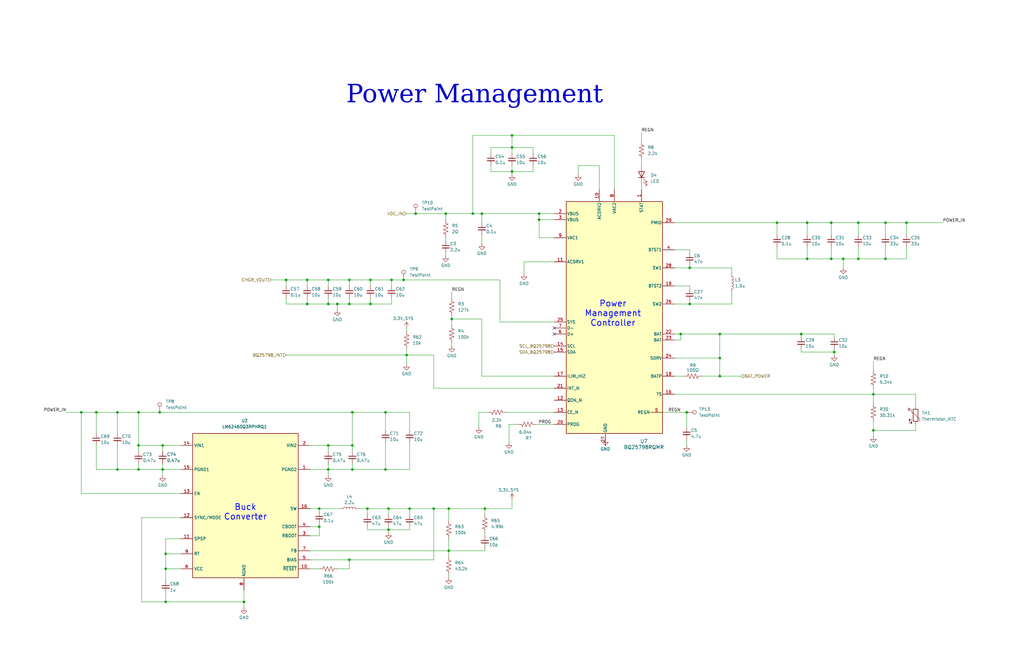
<source format=kicad_sch>
(kicad_sch (version 20231120) (generator "eeschema") (generator_version "8.0")
  (paper "B")
  (title_block (title "SCAN") (date "2024-11-25") (rev "v1.0") (company "Senior Design Group 35"))
  (lib_symbols
    (symbol "Connector:TestPoint" (pin_numbers hide) (pin_names (offset 0.762) hide)
      (property "Reference" "TP" (at 0 6.858 0))
      (property "Value" "TestPoint" (at 0 5.08 0))
      (symbol "TestPoint_0_1"
        (circle (center 0 3.302) (radius 0.762))
      )
      (symbol "TestPoint_1_1"
        (pin passive line (at 0 0 90) (length 2.54) (name "1") (number "1"))
      )
    )
    (symbol "Device:C_Small" (pin_numbers hide) (pin_names (offset 0.254) hide)
      (property "Reference" "C" (at 0.254 1.778 0))
      (property "Value" "C_Small" (at 0.254 -2.032 0))
      (symbol "C_Small_0_1"
        (polyline (pts (xy -1.524 -0.508) (xy 1.524 -0.508)) (stroke (width 0.3302)))
        (polyline (pts (xy -1.524 0.508) (xy 1.524 0.508)) (stroke (width 0.3048)))
      )
      (symbol "C_Small_1_1"
        (pin passive line (at 0 2.54 270) (length 2.032) (name "~") (number "1"))
        (pin passive line (at 0 -2.54 90) (length 2.032) (name "~") (number "2"))
      )
    )
    (symbol "Device:L" (pin_numbers hide) (pin_names (offset 1.016) hide)
      (property "Reference" "L" (at -1.27 0 90))
      (property "Value" "L" (at 1.905 0 90))
      (symbol "L_0_1"
        (arc (start 0 -2.54) (mid 0.6323 -1.905) (end 0 -1.27))
        (arc (start 0 -1.27) (mid 0.6323 -0.635) (end 0 0))
        (arc (start 0 0) (mid 0.6323 0.635) (end 0 1.27))
        (arc (start 0 1.27) (mid 0.6323 1.905) (end 0 2.54))
      )
      (symbol "L_1_1"
        (pin passive line (at 0 3.81 270) (length 1.27) (name "1") (number "1"))
        (pin passive line (at 0 -3.81 90) (length 1.27) (name "2") (number "2"))
      )
    )
    (symbol "Device:LED" (pin_numbers hide) (pin_names (offset 1.016) hide)
      (property "Reference" "D" (at 0 2.54 0))
      (property "Value" "LED" (at 0 -2.54 0))
      (symbol "LED_0_1"
        (polyline (pts (xy -1.27 -1.27) (xy -1.27 1.27)) (stroke (width 0.254)))
        (polyline (pts (xy -1.27 0) (xy 1.27 0)))
        (polyline (pts (xy 1.27 -1.27) (xy 1.27 1.27) (xy -1.27 0) (xy 1.27 -1.27)) (stroke (width 0.254)))
        (polyline (pts (xy -3.048 -0.762) (xy -4.572 -2.286) (xy -3.81 -2.286) (xy -4.572 -2.286) (xy -4.572 -1.524)))
        (polyline (pts (xy -1.778 -0.762) (xy -3.302 -2.286) (xy -2.54 -2.286) (xy -3.302 -2.286) (xy -3.302 -1.524)))
      )
      (symbol "LED_1_1"
        (pin passive line (at -3.81 0 0) (length 2.54) (name "K") (number "1"))
        (pin passive line (at 3.81 0 180) (length 2.54) (name "A") (number "2"))
      )
    )
    (symbol "Device:R_US" (pin_numbers hide) (pin_names (offset 0))
      (property "Reference" "R" (at 2.54 0 90))
      (property "Value" "R_US" (at -2.54 0 90))
      (symbol "R_US_0_1"
        (polyline (pts (xy 0 -2.286) (xy 0 -2.54)))
        (polyline (pts (xy 0 2.286) (xy 0 2.54)))
        (polyline (pts (xy 0 -0.762) (xy 1.016 -1.143) (xy 0 -1.524) (xy -1.016 -1.905) (xy 0 -2.286)))
        (polyline (pts (xy 0 0.762) (xy 1.016 0.381) (xy 0 0) (xy -1.016 -0.381) (xy 0 -0.762)))
        (polyline (pts (xy 0 2.286) (xy 1.016 1.905) (xy 0 1.524) (xy -1.016 1.143) (xy 0 0.762)))
      )
      (symbol "R_US_1_1"
        (pin passive line (at 0 3.81 270) (length 1.27) (name "~") (number "1"))
        (pin passive line (at 0 -3.81 90) (length 1.27) (name "~") (number "2"))
      )
    )
    (symbol "Device:Thermistor_NTC" (pin_numbers hide) (pin_names (offset 0))
      (property "Reference" "TH" (at -4.445 0 90))
      (property "Value" "Thermistor_NTC" (at 3.175 0 90))
      (symbol "Thermistor_NTC_0_1"
        (arc (start -3.048 2.159) (mid -3.0495 2.3143) (end -3.175 2.413))
        (arc (start -3.048 2.159) (mid -2.9736 1.9794) (end -2.794 1.905))
        (arc (start -3.048 2.794) (mid -2.9736 2.6144) (end -2.794 2.54))
        (arc (start -2.794 1.905) (mid -2.6144 1.9794) (end -2.54 2.159))
        (arc (start -2.794 2.54) (mid -2.4393 2.5587) (end -2.159 2.794))
        (arc (start -2.794 3.048) (mid -2.9736 2.9736) (end -3.048 2.794))
        (arc (start -2.54 2.794) (mid -2.6144 2.9736) (end -2.794 3.048))
        (rectangle (start -1.016 2.54) (end 1.016 -2.54) (stroke (width 0.254)))
        (polyline (pts (xy -2.54 2.159) (xy -2.54 2.794)))
        (polyline (pts (xy -1.778 2.54) (xy -1.778 1.524) (xy 1.778 -1.524) (xy 1.778 -2.54)))
        (polyline (pts (xy -2.54 -3.683) (xy -2.54 -1.397) (xy -2.794 -2.159) (xy -2.286 -2.159) (xy -2.54 -1.397) (xy -2.54 -1.651)) (fill (type outline)))
        (polyline (pts (xy -1.778 -1.397) (xy -1.778 -3.683) (xy -2.032 -2.921) (xy -1.524 -2.921) (xy -1.778 -3.683) (xy -1.778 -3.429)) (fill (type outline)))
      )
      (symbol "Thermistor_NTC_1_1"
        (pin passive line (at 0 3.81 270) (length 1.27) (name "~") (number "1"))
        (pin passive line (at 0 -3.81 90) (length 1.27) (name "~") (number "2"))
      )
    )
    (symbol "custom_symbols:BQ25798RQMR" (pin_names (offset 0.254))
      (property "Reference" "U" (at 0 2.54 0))
      (property "Value" "BQ25798RQMR" (at 0 0 0))
      (symbol "BQ25798RQMR_0_1"
        (pin unspecified line (at 36.83 10.16 270) (length 5.08) (name "STAT") (number "1"))
        (pin power_in line (at 19.05 10.16 270) (length 5.08) (name "ACDRV2") (number "10"))
        (pin power_in line (at 0 -20.32 0) (length 5.08) (name "ACDRV1") (number "11"))
        (pin unspecified line (at 0 -78.74 0) (length 5.08) (name "QON_N") (number "12"))
        (pin unspecified line (at 0 -83.82 0) (length 5.08) (name "CE_N") (number "13"))
        (pin input line (at 0 -55.88 0) (length 5.08) (name "SCL") (number "14"))
        (pin bidirectional line (at 0 -58.42 0) (length 5.08) (name "SDA") (number "15"))
        (pin unspecified line (at 50.8 -76.2 180) (length 5.08) (name "TS") (number "16"))
        (pin unspecified line (at 0 -68.58 0) (length 5.08) (name "ILIM_HIZ") (number "17"))
        (pin unspecified line (at 50.8 -68.58 180) (length 5.08) (name "BATP") (number "18"))
        (pin unspecified line (at 50.8 -30.48 180) (length 5.08) (name "BTST2") (number "19"))
        (pin power_in line (at 0 0 0) (length 5.08) (name "VBUS") (number "2"))
        (pin unspecified line (at 0 -88.9 0) (length 5.08) (name "PROG") (number "20"))
        (pin unspecified line (at 0 -73.66 0) (length 5.08) (name "INT_N") (number "21"))
        (pin unspecified line (at 50.8 -50.8 180) (length 5.08) (name "BAT") (number "22"))
        (pin unspecified line (at 50.8 -53.34 180) (length 5.08) (name "BAT") (number "23"))
        (pin unspecified line (at 50.8 -60.96 180) (length 5.08) (name "SDRV") (number "24"))
        (pin unspecified line (at 0 -45.72 0) (length 5.08) (name "SYS") (number "25"))
        (pin unspecified line (at 50.8 -38.1 180) (length 5.08) (name "SW2") (number "26"))
        (pin power_in line (at 21.59 -97.79 90) (length 5.08) (name "GND") (number "27"))
        (pin unspecified line (at 50.8 -22.86 180) (length 5.08) (name "SW1") (number "28"))
        (pin unspecified line (at 50.8 -3.81 180) (length 5.08) (name "PMID") (number "29"))
        (pin power_in line (at 0 -2.54 0) (length 5.08) (name "VBUS") (number "3"))
        (pin unspecified line (at 50.8 -15.24 180) (length 5.08) (name "BTST1") (number "4"))
        (pin unspecified line (at 45.72 -83.82 180) (length 5.08) (name "REGN") (number "5"))
        (pin unspecified line (at 0 -50.8 0) (length 5.08) (name "D+") (number "6"))
        (pin unspecified line (at 0 -48.26 0) (length 5.08) (name "D-") (number "7"))
        (pin power_in line (at 25.4 10.16 270) (length 5.08) (name "VAC2") (number "8"))
        (pin power_in line (at 0 -10.16 0) (length 5.08) (name "VAC1") (number "9"))
      )
      (symbol "BQ25798RQMR_1_1"
        (rectangle (start 5.08 5.08) (end 45.72 -92.71) (stroke (width 0.254)) (fill (type background)))
        (text_box "Power Management\nController" (at 11.43 -34.29 0) (size 26.67 -15.24) (stroke (width -0.0001)) (effects (font (size 2.54 2.54) (thickness 0.3175))))
      )
    )
    (symbol "custom_symbols:LM62460Q3RPHRQ1"
      (property "Reference" "U" (at 6.096 28.956 0))
      (property "Value" "LM62460Q3RPHRQ1" (at 6.096 26.416 0))
      (symbol "LM62460Q3RPHRQ1_1_1"
        (rectangle (start -8.89 21.59) (end 35.56 -39.37) (stroke (width 0.254)) (fill (type background)))
        (text_box "Buck\nConverter" (at 0 -6.35 0) (size 26.67 -10.16) (stroke (width -0.0001)) (effects (font (size 2.54 2.54) (thickness 0.3175))))
        (pin passive line (at 40.64 6.35 180) (length 5.08) (name "PGND2") (number "1"))
        (pin passive line (at 40.64 -35.56 180) (length 5.08) (name "~{RESET}") (number "10"))
        (pin passive line (at -13.97 -22.86 0) (length 5.08) (name "SPSP") (number "11"))
        (pin passive line (at -13.97 -13.97 0) (length 5.08) (name "SYNC/MODE") (number "12"))
        (pin passive line (at -13.97 -3.81 0) (length 5.08) (name "EN") (number "13"))
        (pin passive line (at -13.97 16.51 0) (length 5.08) (name "VIN1") (number "14"))
        (pin passive line (at -13.97 6.35 0) (length 5.08) (name "PGND1") (number "15"))
        (pin passive line (at 40.64 -10.16 180) (length 5.08) (name "SW") (number "16"))
        (pin passive line (at 40.64 16.51 180) (length 5.08) (name "VIN2") (number "2"))
        (pin passive line (at 40.64 -21.59 180) (length 5.08) (name "RBOOT") (number "3"))
        (pin passive line (at 40.64 -17.78 180) (length 5.08) (name "CBOOT") (number "4"))
        (pin passive line (at 40.64 -31.75 180) (length 5.08) (name "BIAS") (number "5"))
        (pin passive line (at -13.97 -35.56 0) (length 5.08) (name "VCC") (number "6"))
        (pin passive line (at 40.64 -27.94 180) (length 5.08) (name "FB") (number "7"))
        (pin passive line (at 12.7 -44.45 90) (length 5.08) (name "AGND") (number "8"))
        (pin passive line (at -13.97 -29.21 0) (length 5.08) (name "RT") (number "9"))
      )
    )
    (symbol "power:+3.3V" (power) (pin_numbers hide) (pin_names (offset 0) hide)
      (property "Value" "+3.3V" (at 0 3.556 0))
      (symbol "+3.3V_0_1"
        (polyline (pts (xy -0.762 1.27) (xy 0 2.54)))
        (polyline (pts (xy 0 0) (xy 0 2.54)))
        (polyline (pts (xy 0 2.54) (xy 0.762 1.27)))
      )
      (symbol "+3.3V_1_1"
        (pin power_in line (at 0 0 90) (length 0) (name "~") (number "1"))
      )
    )
    (symbol "power:GND" (power) (pin_numbers hide) (pin_names (offset 0) hide)
      (property "Value" "GND" (at 0 -3.81 0))
      (symbol "GND_0_1"
        (polyline (pts (xy 0 0) (xy 0 -1.27) (xy 1.27 -1.27) (xy 0 -2.54) (xy -1.27 -1.27) (xy 0 -1.27)))
      )
      (symbol "GND_1_1"
        (pin power_in line (at 0 0 270) (length 0) (name "~") (number "1"))
      )
    )
  )
  (junction (at 102.87 254))
  (junction (at 182.88 214.63))
  (junction (at 290.83 113.03))
  (junction (at 175.26 90.17))
  (junction (at 40.64 173.99))
  (junction (at 368.3 166.37))
  (junction (at 148.59 173.99))
  (junction (at 227.33 92.71))
  (junction (at 147.32 236.22))
  (junction (at 138.43 118.11))
  (junction (at 350.52 93.98))
  (junction (at 368.3 181.61))
  (junction (at 361.95 109.22))
  (junction (at 129.54 128.27))
  (junction (at 142.24 128.27))
  (junction (at 327.66 93.98))
  (junction (at 49.53 173.99))
  (junction (at 215.9 57.15))
  (junction (at 172.72 214.63))
  (junction (at 34.29 173.99))
  (junction (at 227.33 90.17))
  (junction (at 190.5 134.62))
  (junction (at 58.42 187.96))
  (junction (at 203.2 90.17))
  (junction (at 361.95 93.98))
  (junction (at 382.27 93.98))
  (junction (at 373.38 109.22))
  (junction (at 215.9 72.39))
  (junction (at 69.85 233.68))
  (junction (at 215.9 62.23))
  (junction (at 134.62 222.25))
  (junction (at 147.32 128.27))
  (junction (at 148.59 187.96))
  (junction (at 134.62 214.63))
  (junction (at 49.53 198.12))
  (junction (at 162.56 198.12))
  (junction (at 68.58 187.96))
  (junction (at 165.1 118.11))
  (junction (at 199.39 90.17))
  (junction (at 69.85 254))
  (junction (at 189.23 232.41))
  (junction (at 355.6 109.22))
  (junction (at 204.47 214.63))
  (junction (at 120.65 118.11))
  (junction (at 290.83 128.27))
  (junction (at 340.36 93.98))
  (junction (at 287.02 140.97))
  (junction (at 351.79 148.59))
  (junction (at 303.53 151.13))
  (junction (at 162.56 173.99))
  (junction (at 138.43 128.27))
  (junction (at 147.32 118.11))
  (junction (at 68.58 198.12))
  (junction (at 156.21 128.27))
  (junction (at 373.38 93.98))
  (junction (at 148.59 198.12))
  (junction (at 340.36 109.22))
  (junction (at 138.43 198.12))
  (junction (at 129.54 118.11))
  (junction (at 171.45 149.86))
  (junction (at 170.18 118.11))
  (junction (at 67.31 173.99))
  (junction (at 303.53 158.75))
  (junction (at 163.83 223.52))
  (junction (at 350.52 109.22))
  (junction (at 58.42 173.99))
  (junction (at 337.82 140.97))
  (junction (at 58.42 198.12))
  (junction (at 138.43 187.96))
  (junction (at 289.56 173.99))
  (junction (at 163.83 214.63))
  (junction (at 303.53 140.97))
  (junction (at 189.23 214.63))
  (junction (at 187.96 90.17))
  (junction (at 69.85 240.03))
  (junction (at 154.94 214.63))
  (junction (at 156.21 118.11))
  (no_connect (at 233.68 140.97))
  (no_connect (at 233.68 138.43))
  (wire (pts (xy 203.2 90.17) (xy 203.2 93.98)))
  (wire (pts (xy 148.59 198.12) (xy 162.56 198.12)))
  (wire (pts (xy 69.85 240.03) (xy 76.2 240.03)))
  (wire (pts (xy 68.58 198.12) (xy 76.2 198.12)))
  (wire (pts (xy 67.31 173.99) (xy 148.59 173.99)))
  (wire (pts (xy 382.27 93.98) (xy 397.51 93.98)))
  (wire (pts (xy 134.62 214.63) (xy 134.62 215.9)))
  (wire (pts (xy 189.23 227.33) (xy 189.23 232.41)))
  (wire (pts (xy 163.83 223.52) (xy 163.83 224.79)))
  (wire (pts (xy 373.38 104.14) (xy 373.38 109.22)))
  (wire (pts (xy 284.48 105.41) (xy 290.83 105.41)))
  (wire (pts (xy 259.08 80.01) (xy 259.08 57.15)))
  (wire (pts (xy 220.98 110.49) (xy 220.98 115.57)))
  (wire (pts (xy 327.66 104.14) (xy 327.66 109.22)))
  (wire (pts (xy 290.83 120.65) (xy 290.83 121.92)))
  (wire (pts (xy 58.42 187.96) (xy 58.42 173.99)))
  (wire (pts (xy 102.87 248.92) (xy 102.87 254)))
  (wire (pts (xy 138.43 198.12) (xy 138.43 200.66)))
  (wire (pts (xy 290.83 128.27) (xy 290.83 127)))
  (wire (pts (xy 147.32 125.73) (xy 147.32 128.27)))
  (wire (pts (xy 199.39 57.15) (xy 199.39 90.17)))
  (wire (pts (xy 284.48 120.65) (xy 290.83 120.65)))
  (wire (pts (xy 76.2 233.68) (xy 69.85 233.68)))
  (wire (pts (xy 138.43 125.73) (xy 138.43 128.27)))
  (wire (pts (xy 156.21 118.11) (xy 156.21 120.65)))
  (wire (pts (xy 138.43 187.96) (xy 130.81 187.96)))
  (wire (pts (xy 351.79 147.32) (xy 351.79 148.59)))
  (wire (pts (xy 350.52 93.98) (xy 350.52 99.06)))
  (wire (pts (xy 227.33 100.33) (xy 227.33 92.71)))
  (wire (pts (xy 252.73 69.85) (xy 243.84 69.85)))
  (wire (pts (xy 199.39 57.15) (xy 215.9 57.15)))
  (wire (pts (xy 148.59 187.96) (xy 148.59 190.5)))
  (wire (pts (xy 142.24 128.27) (xy 142.24 130.81)))
  (wire (pts (xy 68.58 187.96) (xy 68.58 190.5)))
  (wire (pts (xy 69.85 245.11) (xy 69.85 240.03)))
  (wire (pts (xy 187.96 100.33) (xy 187.96 101.6)))
  (wire (pts (xy 163.83 217.17) (xy 163.83 214.63)))
  (wire (pts (xy 214.63 179.07) (xy 218.44 179.07)))
  (wire (pts (xy 163.83 214.63) (xy 172.72 214.63)))
  (wire (pts (xy 68.58 187.96) (xy 58.42 187.96)))
  (wire (pts (xy 290.83 113.03) (xy 290.83 111.76)))
  (wire (pts (xy 284.48 143.51) (xy 287.02 143.51)))
  (wire (pts (xy 284.48 128.27) (xy 290.83 128.27)))
  (wire (pts (xy 243.84 69.85) (xy 243.84 73.66)))
  (wire (pts (xy 134.62 222.25) (xy 134.62 220.98)))
  (wire (pts (xy 138.43 195.58) (xy 138.43 198.12)))
  (wire (pts (xy 303.53 140.97) (xy 303.53 151.13)))
  (wire (pts (xy 368.3 152.4) (xy 368.3 156.21)))
  (wire (pts (xy 303.53 151.13) (xy 303.53 158.75)))
  (wire (pts (xy 279.4 173.99) (xy 289.56 173.99)))
  (wire (pts (xy 154.94 222.25) (xy 154.94 223.52)))
  (wire (pts (xy 76.2 187.96) (xy 68.58 187.96)))
  (wire (pts (xy 130.81 232.41) (xy 189.23 232.41)))
  (wire (pts (xy 361.95 109.22) (xy 355.6 109.22)))
  (wire (pts (xy 327.66 109.22) (xy 340.36 109.22)))
  (wire (pts (xy 162.56 173.99) (xy 162.56 181.61)))
  (wire (pts (xy 138.43 198.12) (xy 148.59 198.12)))
  (wire (pts (xy 190.5 144.78) (xy 190.5 146.05)))
  (wire (pts (xy 187.96 90.17) (xy 187.96 92.71)))
  (wire (pts (xy 151.13 214.63) (xy 154.94 214.63)))
  (wire (pts (xy 382.27 109.22) (xy 373.38 109.22)))
  (wire (pts (xy 368.3 166.37) (xy 368.3 170.18)))
  (wire (pts (xy 49.53 173.99) (xy 58.42 173.99)))
  (wire (pts (xy 120.65 149.86) (xy 171.45 149.86)))
  (wire (pts (xy 59.69 218.44) (xy 59.69 254)))
  (wire (pts (xy 172.72 214.63) (xy 182.88 214.63)))
  (wire (pts (xy 165.1 118.11) (xy 165.1 120.65)))
  (wire (pts (xy 34.29 208.28) (xy 34.29 173.99)))
  (wire (pts (xy 163.83 222.25) (xy 163.83 223.52)))
  (wire (pts (xy 233.68 110.49) (xy 220.98 110.49)))
  (wire (pts (xy 171.45 90.17) (xy 175.26 90.17)))
  (wire (pts (xy 68.58 198.12) (xy 68.58 200.66)))
  (wire (pts (xy 130.81 226.06) (xy 134.62 226.06)))
  (wire (pts (xy 214.63 186.69) (xy 214.63 179.07)))
  (wire (pts (xy 215.9 62.23) (xy 215.9 64.77)))
  (wire (pts (xy 284.48 140.97) (xy 287.02 140.97)))
  (wire (pts (xy 233.68 163.83) (xy 182.88 163.83)))
  (wire (pts (xy 368.3 177.8) (xy 368.3 181.61)))
  (wire (pts (xy 204.47 214.63) (xy 215.9 214.63)))
  (wire (pts (xy 148.59 195.58) (xy 148.59 198.12)))
  (wire (pts (xy 182.88 163.83) (xy 182.88 149.86)))
  (wire (pts (xy 207.01 69.85) (xy 207.01 72.39)))
  (wire (pts (xy 129.54 118.11) (xy 138.43 118.11)))
  (wire (pts (xy 215.9 69.85) (xy 215.9 72.39)))
  (wire (pts (xy 147.32 118.11) (xy 147.32 120.65)))
  (wire (pts (xy 189.23 214.63) (xy 189.23 219.71)))
  (wire (pts (xy 130.81 236.22) (xy 147.32 236.22)))
  (wire (pts (xy 148.59 173.99) (xy 148.59 187.96)))
  (wire (pts (xy 204.47 224.79) (xy 204.47 226.06)))
  (wire (pts (xy 373.38 93.98) (xy 373.38 99.06)))
  (wire (pts (xy 130.81 214.63) (xy 134.62 214.63)))
  (wire (pts (xy 58.42 195.58) (xy 58.42 198.12)))
  (wire (pts (xy 182.88 214.63) (xy 189.23 214.63)))
  (wire (pts (xy 130.81 198.12) (xy 138.43 198.12)))
  (wire (pts (xy 165.1 118.11) (xy 156.21 118.11)))
  (wire (pts (xy 210.82 135.89) (xy 210.82 118.11)))
  (wire (pts (xy 182.88 149.86) (xy 171.45 149.86)))
  (wire (pts (xy 215.9 72.39) (xy 215.9 73.66)))
  (wire (pts (xy 190.5 133.35) (xy 190.5 134.62)))
  (wire (pts (xy 120.65 118.11) (xy 120.65 120.65)))
  (wire (pts (xy 361.95 93.98) (xy 373.38 93.98)))
  (wire (pts (xy 201.93 173.99) (xy 205.74 173.99)))
  (wire (pts (xy 129.54 118.11) (xy 120.65 118.11)))
  (wire (pts (xy 224.79 69.85) (xy 224.79 72.39)))
  (wire (pts (xy 233.68 135.89) (xy 210.82 135.89)))
  (wire (pts (xy 303.53 140.97) (xy 337.82 140.97)))
  (wire (pts (xy 308.61 113.03) (xy 290.83 113.03)))
  (wire (pts (xy 154.94 214.63) (xy 154.94 217.17)))
  (wire (pts (xy 172.72 217.17) (xy 172.72 214.63)))
  (wire (pts (xy 270.51 67.31) (xy 270.51 69.85)))
  (wire (pts (xy 252.73 80.01) (xy 252.73 69.85)))
  (wire (pts (xy 69.85 250.19) (xy 69.85 254)))
  (wire (pts (xy 227.33 90.17) (xy 233.68 90.17)))
  (wire (pts (xy 351.79 140.97) (xy 351.79 142.24)))
  (wire (pts (xy 40.64 198.12) (xy 49.53 198.12)))
  (wire (pts (xy 351.79 148.59) (xy 351.79 149.86)))
  (wire (pts (xy 203.2 134.62) (xy 190.5 134.62)))
  (wire (pts (xy 130.81 240.03) (xy 134.62 240.03)))
  (wire (pts (xy 337.82 147.32) (xy 337.82 148.59)))
  (wire (pts (xy 287.02 143.51) (xy 287.02 140.97)))
  (wire (pts (xy 303.53 158.75) (xy 312.42 158.75)))
  (wire (pts (xy 255.27 182.88) (xy 255.27 185.42)))
  (wire (pts (xy 59.69 254) (xy 69.85 254)))
  (wire (pts (xy 172.72 223.52) (xy 163.83 223.52)))
  (wire (pts (xy 138.43 187.96) (xy 138.43 190.5)))
  (wire (pts (xy 386.08 179.07) (xy 386.08 181.61)))
  (wire (pts (xy 187.96 106.68) (xy 187.96 107.95)))
  (wire (pts (xy 327.66 93.98) (xy 340.36 93.98)))
  (wire (pts (xy 40.64 187.96) (xy 40.64 198.12)))
  (wire (pts (xy 284.48 113.03) (xy 290.83 113.03)))
  (wire (pts (xy 162.56 186.69) (xy 162.56 198.12)))
  (wire (pts (xy 226.06 179.07) (xy 233.68 179.07)))
  (wire (pts (xy 203.2 90.17) (xy 227.33 90.17)))
  (wire (pts (xy 368.3 163.83) (xy 368.3 166.37)))
  (wire (pts (xy 102.87 254) (xy 102.87 256.54)))
  (wire (pts (xy 34.29 173.99) (xy 27.94 173.99)))
  (wire (pts (xy 287.02 140.97) (xy 303.53 140.97)))
  (wire (pts (xy 171.45 149.86) (xy 171.45 153.67)))
  (wire (pts (xy 308.61 115.57) (xy 308.61 113.03)))
  (wire (pts (xy 382.27 104.14) (xy 382.27 109.22)))
  (wire (pts (xy 114.3 118.11) (xy 120.65 118.11)))
  (wire (pts (xy 147.32 118.11) (xy 156.21 118.11)))
  (wire (pts (xy 190.5 134.62) (xy 190.5 137.16)))
  (wire (pts (xy 49.53 198.12) (xy 58.42 198.12)))
  (wire (pts (xy 295.91 158.75) (xy 303.53 158.75)))
  (wire (pts (xy 156.21 125.73) (xy 156.21 128.27)))
  (wire (pts (xy 58.42 198.12) (xy 68.58 198.12)))
  (wire (pts (xy 172.72 222.25) (xy 172.72 223.52)))
  (wire (pts (xy 129.54 128.27) (xy 138.43 128.27)))
  (wire (pts (xy 284.48 151.13) (xy 303.53 151.13)))
  (wire (pts (xy 204.47 214.63) (xy 204.47 217.17)))
  (wire (pts (xy 170.18 118.11) (xy 165.1 118.11)))
  (wire (pts (xy 204.47 232.41) (xy 204.47 231.14)))
  (wire (pts (xy 213.36 173.99) (xy 233.68 173.99)))
  (wire (pts (xy 290.83 106.68) (xy 290.83 105.41)))
  (wire (pts (xy 49.53 182.88) (xy 49.53 173.99)))
  (wire (pts (xy 129.54 118.11) (xy 129.54 120.65)))
  (wire (pts (xy 182.88 214.63) (xy 182.88 236.22)))
  (wire (pts (xy 337.82 148.59) (xy 351.79 148.59)))
  (wire (pts (xy 69.85 227.33) (xy 69.85 233.68)))
  (wire (pts (xy 215.9 72.39) (xy 224.79 72.39)))
  (wire (pts (xy 154.94 214.63) (xy 163.83 214.63)))
  (wire (pts (xy 215.9 57.15) (xy 259.08 57.15)))
  (wire (pts (xy 142.24 240.03) (xy 147.32 240.03)))
  (wire (pts (xy 138.43 118.11) (xy 138.43 120.65)))
  (wire (pts (xy 340.36 109.22) (xy 340.36 104.14)))
  (wire (pts (xy 147.32 240.03) (xy 147.32 236.22)))
  (wire (pts (xy 189.23 232.41) (xy 189.23 234.95)))
  (wire (pts (xy 382.27 93.98) (xy 382.27 99.06)))
  (wire (pts (xy 129.54 125.73) (xy 129.54 128.27)))
  (wire (pts (xy 58.42 187.96) (xy 58.42 190.5)))
  (wire (pts (xy 207.01 62.23) (xy 215.9 62.23)))
  (wire (pts (xy 373.38 109.22) (xy 361.95 109.22)))
  (wire (pts (xy 386.08 171.45) (xy 386.08 166.37)))
  (wire (pts (xy 284.48 93.98) (xy 327.66 93.98)))
  (wire (pts (xy 142.24 128.27) (xy 147.32 128.27)))
  (wire (pts (xy 134.62 226.06) (xy 134.62 222.25)))
  (wire (pts (xy 199.39 90.17) (xy 203.2 90.17)))
  (wire (pts (xy 284.48 166.37) (xy 368.3 166.37)))
  (wire (pts (xy 233.68 158.75) (xy 203.2 158.75)))
  (wire (pts (xy 134.62 214.63) (xy 143.51 214.63)))
  (wire (pts (xy 34.29 173.99) (xy 40.64 173.99)))
  (wire (pts (xy 224.79 64.77) (xy 224.79 62.23)))
  (wire (pts (xy 40.64 173.99) (xy 49.53 173.99)))
  (wire (pts (xy 69.85 254) (xy 102.87 254)))
  (wire (pts (xy 308.61 128.27) (xy 290.83 128.27)))
  (wire (pts (xy 58.42 173.99) (xy 67.31 173.99)))
  (wire (pts (xy 227.33 92.71) (xy 227.33 90.17)))
  (wire (pts (xy 337.82 140.97) (xy 337.82 142.24)))
  (wire (pts (xy 175.26 90.17) (xy 187.96 90.17)))
  (wire (pts (xy 187.96 90.17) (xy 199.39 90.17)))
  (wire (pts (xy 120.65 128.27) (xy 129.54 128.27)))
  (wire (pts (xy 154.94 223.52) (xy 163.83 223.52)))
  (wire (pts (xy 68.58 195.58) (xy 68.58 198.12)))
  (wire (pts (xy 203.2 158.75) (xy 203.2 134.62)))
  (wire (pts (xy 201.93 180.34) (xy 201.93 173.99)))
  (wire (pts (xy 308.61 123.19) (xy 308.61 128.27)))
  (wire (pts (xy 373.38 93.98) (xy 382.27 93.98)))
  (wire (pts (xy 171.45 147.32) (xy 171.45 149.86)))
  (wire (pts (xy 233.68 92.71) (xy 227.33 92.71)))
  (wire (pts (xy 355.6 109.22) (xy 350.52 109.22)))
  (wire (pts (xy 361.95 93.98) (xy 361.95 99.06)))
  (wire (pts (xy 337.82 140.97) (xy 351.79 140.97)))
  (wire (pts (xy 215.9 62.23) (xy 224.79 62.23)))
  (wire (pts (xy 204.47 214.63) (xy 189.23 214.63)))
  (wire (pts (xy 171.45 138.43) (xy 171.45 139.7)))
  (wire (pts (xy 210.82 118.11) (xy 170.18 118.11)))
  (wire (pts (xy 350.52 93.98) (xy 361.95 93.98)))
  (wire (pts (xy 172.72 173.99) (xy 162.56 173.99)))
  (wire (pts (xy 148.59 173.99) (xy 162.56 173.99)))
  (wire (pts (xy 361.95 104.14) (xy 361.95 109.22)))
  (wire (pts (xy 138.43 118.11) (xy 147.32 118.11)))
  (wire (pts (xy 147.32 128.27) (xy 156.21 128.27)))
  (wire (pts (xy 284.48 158.75) (xy 288.29 158.75)))
  (wire (pts (xy 189.23 242.57) (xy 189.23 243.84)))
  (wire (pts (xy 76.2 218.44) (xy 59.69 218.44)))
  (wire (pts (xy 172.72 181.61) (xy 172.72 173.99)))
  (wire (pts (xy 204.47 232.41) (xy 189.23 232.41)))
  (wire (pts (xy 350.52 109.22) (xy 340.36 109.22)))
  (wire (pts (xy 165.1 125.73) (xy 165.1 128.27)))
  (wire (pts (xy 138.43 128.27) (xy 142.24 128.27)))
  (wire (pts (xy 215.9 57.15) (xy 215.9 62.23)))
  (wire (pts (xy 368.3 181.61) (xy 368.3 184.15)))
  (wire (pts (xy 34.29 208.28) (xy 76.2 208.28)))
  (wire (pts (xy 120.65 125.73) (xy 120.65 128.27)))
  (wire (pts (xy 40.64 182.88) (xy 40.64 173.99)))
  (wire (pts (xy 190.5 123.19) (xy 190.5 125.73)))
  (wire (pts (xy 340.36 93.98) (xy 340.36 99.06)))
  (wire (pts (xy 215.9 210.82) (xy 215.9 214.63)))
  (wire (pts (xy 148.59 187.96) (xy 138.43 187.96)))
  (wire (pts (xy 270.51 55.88) (xy 270.51 59.69)))
  (wire (pts (xy 289.56 185.42) (xy 289.56 187.96)))
  (wire (pts (xy 69.85 227.33) (xy 76.2 227.33)))
  (wire (pts (xy 350.52 104.14) (xy 350.52 109.22)))
  (wire (pts (xy 215.9 72.39) (xy 207.01 72.39)))
  (wire (pts (xy 207.01 62.23) (xy 207.01 64.77)))
  (wire (pts (xy 386.08 181.61) (xy 368.3 181.61)))
  (wire (pts (xy 386.08 166.37) (xy 368.3 166.37)))
  (wire (pts (xy 355.6 109.22) (xy 355.6 113.03)))
  (wire (pts (xy 203.2 99.06) (xy 203.2 102.87)))
  (wire (pts (xy 172.72 198.12) (xy 162.56 198.12)))
  (wire (pts (xy 289.56 173.99) (xy 289.56 180.34)))
  (wire (pts (xy 69.85 233.68) (xy 69.85 240.03)))
  (wire (pts (xy 130.81 222.25) (xy 134.62 222.25)))
  (wire (pts (xy 270.51 77.47) (xy 270.51 80.01)))
  (wire (pts (xy 233.68 100.33) (xy 227.33 100.33)))
  (wire (pts (xy 172.72 186.69) (xy 172.72 198.12)))
  (wire (pts (xy 156.21 128.27) (xy 165.1 128.27)))
  (wire (pts (xy 49.53 187.96) (xy 49.53 198.12)))
  (wire (pts (xy 340.36 93.98) (xy 350.52 93.98)))
  (wire (pts (xy 147.32 236.22) (xy 182.88 236.22)))
  (wire (pts (xy 327.66 93.98) (xy 327.66 99.06)))
  (text "Power Management" (at 200.152 42.164 0) (effects (font (size 7.62 7.62) (thickness 0.9525))))
  (label "REGN" (at 270.51 55.88 0))
  (label "REGN" (at 190.5 123.19 0))
  (label "REGN" (at 287.02 173.99 180))
  (label "POWER_IN" (at 397.51 93.98 0))
  (label "POWER_IN" (at 27.94 173.99 180))
  (label "REGN" (at 368.3 152.4 0))
  (label "PROG" (at 232.41 179.07 180))
  (hierarchical_label "SDA_BQ25798" (shape input) (at 233.68 148.59 180))
  (hierarchical_label "BQ25798_INT" (shape input) (at 120.65 149.86 180))
  (hierarchical_label "SCL_BQ25798" (shape input) (at 233.68 146.05 180))
  (hierarchical_label "BAT_POWER" (shape input) (at 312.42 158.75 0))
  (hierarchical_label "VDC_IN" (shape input) (at 171.45 90.17 180))
  (hierarchical_label "CHGR_VOUT" (shape input) (at 114.3 118.11 180))
  (symbol (lib_id "Device:C_Small") (at 172.72 184.15 0) (unit 1)
    (property "Reference" "C72" (at 174.498 182.88 0) (effects (justify left)))
    (property "Value" "10u" (at 174.498 185.42 0) (effects (justify left)))
  )
  (symbol (lib_id "Device:C_Small") (at 373.38 101.6 0) (unit 1)
    (property "Reference" "C34" (at 375.158 100.33 0) (effects (justify left)))
    (property "Value" "33u" (at 375.158 102.87 0) (effects (justify left)))
    (property "Description" "POSCAP" (effects (hide yes)))
  )
  (symbol (lib_id "Device:C_Small") (at 40.64 185.42 0) (unit 1)
    (property "Reference" "C69" (at 42.418 184.15 0) (effects (justify left)))
    (property "Value" "10u" (at 42.418 186.69 0) (effects (justify left)))
  )
  (symbol (lib_id "power:+3.3V") (at 215.9 210.82 0) (unit 1)
    (property "Reference" "#PWR0111" (effects (hide yes)))
    (property "Value" "3.3V_SYS" (at 210.058 206.756 0) (effects (justify left)))
    (property "Description" "Power symbol creates a global label with name \"+3.3V\"" (effects (hide yes)))
  )
  (symbol (lib_id "Device:L") (at 147.32 214.63 90) (unit 1)
    (property "Reference" "L4" (at 147.32 209.55 90))
    (property "Value" "2.2u" (at 147.32 212.09 90))
    (property "Description" "Inductor" (effects (hide yes)))
  )
  (symbol (lib_id "Connector:TestPoint") (at 175.26 90.17 0) (unit 1)
    (property "Reference" "TP10" (at 177.8 85.5979 0) (effects (justify left)))
    (property "Value" "TestPoint" (at 177.8 88.1379 0) (effects (justify left)))
    (property "Description" "test point" (effects (hide yes)))
  )
  (symbol (lib_id "Device:C_Small") (at 290.83 109.22 0) (unit 1)
    (property "Reference" "C6" (at 292.608 107.95 0) (effects (justify left)))
    (property "Value" "47n" (at 292.608 110.49 0) (effects (justify left)))
    (property "Description" "10V or higher" (effects (hide yes)))
  )
  (symbol (lib_id "Device:C_Small") (at 156.21 123.19 0) (unit 1)
    (property "Reference" "C61" (at 157.988 121.92 0) (effects (justify left)))
    (property "Value" "10u" (at 157.988 124.46 0) (effects (justify left)))
  )
  (symbol (lib_id "Device:R_US") (at 187.96 96.52 0) (unit 1)
    (property "Reference" "R5" (at 190.5 95.2499 0) (effects (justify left)))
    (property "Value" "2Ω" (at 190.5 97.7899 0) (effects (justify left)))
    (property "Description" "Resistor, US symbol" (effects (hide yes)))
  )
  (symbol (lib_id "Device:L") (at 308.61 119.38 0) (unit 1)
    (property "Reference" "L3" (at 309.88 118.1099 0) (effects (justify left)))
    (property "Value" "1.0u" (at 309.88 120.6499 0) (effects (justify left)))
    (property "Description" "Inductor" (effects (hide yes)))
  )
  (symbol (lib_id "power:+3.3V") (at 171.45 138.43 0) (unit 1)
    (property "Reference" "#PWR0104" (effects (hide yes)))
    (property "Value" "3.3V_SYS" (at 165.608 134.366 0) (effects (justify left)))
    (property "Description" "Power symbol creates a global label with name \"+3.3V\"" (effects (hide yes)))
  )
  (symbol (lib_id "power:GND") (at 189.23 243.84 0) (unit 1)
    (property "Reference" "#PWR0112" (effects (hide yes)))
    (property "Value" "GND" (at 189.23 247.904 0))
    (property "Description" "Power symbol creates a global label with name \"GND\" , ground" (effects (hide yes)))
  )
  (symbol (lib_id "Device:C_Small") (at 350.52 101.6 0) (unit 1)
    (property "Reference" "C31" (at 352.298 100.33 0) (effects (justify left)))
    (property "Value" "10u" (at 352.298 102.87 0) (effects (justify left)))
  )
  (symbol (lib_id "Device:R_US") (at 190.5 140.97 0) (unit 1)
    (property "Reference" "R4" (at 193.04 139.6999 0) (effects (justify left)))
    (property "Value" "100k" (at 193.04 142.2399 0) (effects (justify left)))
    (property "Description" "Resistor, US symbol" (effects (hide yes)))
  )
  (symbol (lib_id "Device:C_Small") (at 215.9 67.31 0) (unit 1)
    (property "Reference" "C55" (at 217.678 66.04 0) (effects (justify left)))
    (property "Value" "10u" (at 217.678 68.58 0) (effects (justify left)))
  )
  (symbol (lib_id "Device:R_US") (at 189.23 238.76 0) (unit 1)
    (property "Reference" "R64" (at 191.77 237.4899 0) (effects (justify left)))
    (property "Value" "43.2k" (at 191.77 240.0299 0) (effects (justify left)))
    (property "Description" "Resistor, US symbol" (effects (hide yes)))
  )
  (symbol (lib_id "Device:C_Small") (at 134.62 218.44 0) (unit 1)
    (property "Reference" "C67" (at 136.398 217.17 0) (effects (justify left)))
    (property "Value" "0.1u" (at 136.398 219.71 0) (effects (justify left)))
  )
  (symbol (lib_id "power:GND") (at 255.27 185.42 0) (unit 1)
    (property "Reference" "#PWR022" (effects (hide yes)))
    (property "Value" "GND" (at 255.27 189.484 0))
    (property "Description" "Power symbol creates a global label with name \"GND\" , ground" (effects (hide yes)))
  )
  (symbol (lib_id "Device:C_Small") (at 147.32 123.19 0) (unit 1)
    (property "Reference" "C60" (at 149.098 121.92 0) (effects (justify left)))
    (property "Value" "10u" (at 149.098 124.46 0) (effects (justify left)))
  )
  (symbol (lib_id "Device:R_US") (at 270.51 63.5 0) (unit 1)
    (property "Reference" "R8" (at 273.05 62.2299 0) (effects (justify left)))
    (property "Value" "2.2k" (at 273.05 64.7699 0) (effects (justify left)))
    (property "Description" "Resistor, US symbol" (effects (hide yes)))
  )
  (symbol (lib_id "Device:R_US") (at 138.43 240.03 90) (unit 1)
    (property "Reference" "R66" (at 138.43 243.078 90))
    (property "Value" "100k" (at 138.43 245.618 90))
    (property "Description" "Resistor, US symbol" (effects (hide yes)))
  )
  (symbol (lib_id "Device:R_US") (at 292.1 158.75 90) (unit 1)
    (property "Reference" "R9" (at 292.1 154.178 90))
    (property "Value" "100Ω" (at 292.1 156.21 90))
    (property "Description" "Resistor, US symbol" (effects (hide yes)))
  )
  (symbol (lib_id "power:GND") (at 138.43 200.66 0) (unit 1)
    (property "Reference" "#PWR0109" (effects (hide yes)))
    (property "Value" "GND" (at 138.43 204.724 0))
    (property "Description" "Power symbol creates a global label with name \"GND\" , ground" (effects (hide yes)))
  )
  (symbol (lib_id "Device:C_Small") (at 163.83 219.71 0) (unit 1)
    (property "Reference" "C64" (at 165.608 218.44 0) (effects (justify left)))
    (property "Value" "47u" (at 165.608 220.98 0) (effects (justify left)))
  )
  (symbol (lib_id "Connector:TestPoint") (at 289.56 173.99 270) (unit 1)
    (property "Reference" "TP13" (at 294.64 172.7199 90) (effects (justify left)))
    (property "Value" "TestPoint" (at 294.64 175.2599 90) (effects (justify left)))
    (property "Description" "test point" (effects (hide yes)))
  )
  (symbol (lib_id "power:GND") (at 214.63 186.69 0) (unit 1)
    (property "Reference" "#PWR020" (effects (hide yes)))
    (property "Value" "GND" (at 214.63 190.754 0))
    (property "Description" "Power symbol creates a global label with name \"GND\" , ground" (effects (hide yes)))
  )
  (symbol (lib_id "Device:R_US") (at 190.5 129.54 0) (unit 1)
    (property "Reference" "R3" (at 193.04 128.2699 0) (effects (justify left)))
    (property "Value" "127k" (at 193.04 130.8099 0) (effects (justify left)))
    (property "Description" "Resistor, US symbol" (effects (hide yes)))
  )
  (symbol (lib_id "Device:C_Small") (at 68.58 193.04 0) (unit 1)
    (property "Reference" "C74" (at 70.358 191.77 0) (effects (justify left)))
    (property "Value" "0.47u" (at 70.358 194.31 0) (effects (justify left)))
  )
  (symbol (lib_id "power:GND") (at 220.98 115.57 0) (unit 1)
    (property "Reference" "#PWR021" (effects (hide yes)))
    (property "Value" "GND" (at 220.98 119.634 0))
    (property "Description" "Power symbol creates a global label with name \"GND\" , ground" (effects (hide yes)))
  )
  (symbol (lib_id "Device:C_Small") (at 207.01 67.31 0) (unit 1)
    (property "Reference" "C54" (at 208.788 66.04 0) (effects (justify left)))
    (property "Value" "0.1u" (at 208.788 68.58 0) (effects (justify left)))
  )
  (symbol (lib_id "Device:C_Small") (at 154.94 219.71 0) (unit 1)
    (property "Reference" "C63" (at 156.718 218.44 0) (effects (justify left)))
    (property "Value" "47u" (at 156.718 220.98 0) (effects (justify left)))
  )
  (symbol (lib_id "power:GND") (at 203.2 102.87 0) (unit 1)
    (property "Reference" "#PWR018" (effects (hide yes)))
    (property "Value" "GND" (at 203.2 106.934 0))
    (property "Description" "Power symbol creates a global label with name \"GND\" , ground" (effects (hide yes)))
  )
  (symbol (lib_id "Connector:TestPoint") (at 67.31 173.99 0) (unit 1)
    (property "Reference" "TP8" (at 69.85 169.4179 0) (effects (justify left)))
    (property "Value" "TestPoint" (at 69.85 171.9579 0) (effects (justify left)))
    (property "Description" "test point" (effects (hide yes)))
  )
  (symbol (lib_id "power:GND") (at 102.87 256.54 0) (mirror y) (unit 1)
    (property "Reference" "#PWR0114" (effects (hide yes)))
    (property "Value" "GND" (at 102.87 260.604 0))
    (property "Description" "Power symbol creates a global label with name \"GND\" , ground" (effects (hide yes)))
  )
  (symbol (lib_id "power:GND") (at 368.3 184.15 0) (unit 1)
    (property "Reference" "#PWR026" (effects (hide yes)))
    (property "Value" "GND" (at 368.3 188.214 0))
    (property "Description" "Power symbol creates a global label with name \"GND\" , ground" (effects (hide yes)))
  )
  (symbol (lib_id "Device:C_Small") (at 120.65 123.19 0) (unit 1)
    (property "Reference" "C57" (at 122.428 121.92 0) (effects (justify left)))
    (property "Value" "0.1u" (at 122.428 124.46 0) (effects (justify left)))
  )
  (symbol (lib_id "Device:LED") (at 270.51 73.66 90) (unit 1)
    (property "Reference" "D4" (at 274.32 73.9774 90) (effects (justify right)))
    (property "Value" "LED" (at 274.32 76.5174 90) (effects (justify right)))
    (property "Description" "Light emitting diode" (effects (hide yes)))
  )
  (symbol (lib_id "Device:C_Small") (at 337.82 144.78 0) (unit 1)
    (property "Reference" "C29" (at 339.598 143.51 0) (effects (justify left)))
    (property "Value" "10u" (at 339.598 146.05 0) (effects (justify left)))
  )
  (symbol (lib_id "power:GND") (at 187.96 107.95 0) (unit 1)
    (property "Reference" "#PWR017" (effects (hide yes)))
    (property "Value" "GND" (at 187.96 112.014 0))
    (property "Description" "Power symbol creates a global label with name \"GND\" , ground" (effects (hide yes)))
  )
  (symbol (lib_id "Device:C_Small") (at 69.85 247.65 0) (unit 1)
    (property "Reference" "C68" (at 71.628 246.38 0) (effects (justify left)))
    (property "Value" "1u" (at 71.628 248.92 0) (effects (justify left)))
  )
  (symbol (lib_id "Device:C_Small") (at 148.59 193.04 0) (unit 1)
    (property "Reference" "C76" (at 150.368 191.77 0) (effects (justify left)))
    (property "Value" "0.47u" (at 150.368 194.31 0) (effects (justify left)))
  )
  (symbol (lib_id "power:GND") (at 215.9 73.66 0) (unit 1)
    (property "Reference" "#PWR0102" (effects (hide yes)))
    (property "Value" "GND" (at 215.9 77.724 0))
    (property "Description" "Power symbol creates a global label with name \"GND\" , ground" (effects (hide yes)))
  )
  (symbol (lib_id "power:GND") (at 351.79 149.86 0) (unit 1)
    (property "Reference" "#PWR024" (effects (hide yes)))
    (property "Value" "GND" (at 351.79 153.924 0))
    (property "Description" "Power symbol creates a global label with name \"GND\" , ground" (effects (hide yes)))
  )
  (symbol (lib_id "Device:C_Small") (at 172.72 219.71 0) (unit 1)
    (property "Reference" "C65" (at 174.498 218.44 0) (effects (justify left)))
    (property "Value" "47u" (at 174.498 220.98 0) (effects (justify left)))
  )
  (symbol (lib_id "Device:R_US") (at 368.3 173.99 0) (unit 1)
    (property "Reference" "R30" (at 370.84 172.7199 0) (effects (justify left)))
    (property "Value" "30.31k" (at 370.84 175.2599 0) (effects (justify left)))
    (property "Description" "Resistor, US symbol" (effects (hide yes)))
  )
  (symbol (lib_id "power:GND") (at 68.58 200.66 0) (mirror y) (unit 1)
    (property "Reference" "#PWR0113" (effects (hide yes)))
    (property "Value" "GND" (at 68.58 204.724 0))
    (property "Description" "Power symbol creates a global label with name \"GND\" , ground" (effects (hide yes)))
  )
  (symbol (lib_id "power:GND") (at 289.56 187.96 0) (unit 1)
    (property "Reference" "#PWR023" (effects (hide yes)))
    (property "Value" "GND" (at 289.56 192.024 0))
    (property "Description" "Power symbol creates a global label with name \"GND\" , ground" (effects (hide yes)))
  )
  (symbol (lib_id "Device:C_Small") (at 351.79 144.78 0) (unit 1)
    (property "Reference" "C32" (at 353.568 143.51 0) (effects (justify left)))
    (property "Value" "10u" (at 353.568 146.05 0) (effects (justify left)))
  )
  (symbol (lib_id "Device:C_Small") (at 224.79 67.31 0) (unit 1)
    (property "Reference" "C56" (at 226.568 66.04 0) (effects (justify left)))
    (property "Value" "10u" (at 226.568 68.58 0) (effects (justify left)))
  )
  (symbol (lib_id "Device:R_US") (at 204.47 220.98 0) (unit 1)
    (property "Reference" "R65" (at 207.01 219.7099 0) (effects (justify left)))
    (property "Value" "4.99k" (at 207.01 222.2499 0) (effects (justify left)))
    (property "Description" "Resistor, US symbol" (effects (hide yes)))
  )
  (symbol (lib_id "Device:C_Small") (at 204.47 228.6 0) (unit 1)
    (property "Reference" "C66" (at 206.248 227.33 0) (effects (justify left)))
    (property "Value" "10p" (at 206.248 229.87 0) (effects (justify left)))
  )
  (symbol (lib_id "Device:C_Small") (at 138.43 123.19 0) (unit 1)
    (property "Reference" "C59" (at 140.208 121.92 0) (effects (justify left)))
    (property "Value" "10u" (at 140.208 124.46 0) (effects (justify left)))
  )
  (symbol (lib_id "Device:Thermistor_NTC") (at 386.08 175.26 0) (unit 1)
    (property "Reference" "TH1" (at 388.62 174.3074 0) (effects (justify left)))
    (property "Value" "Thermistor_NTC" (at 388.62 176.8474 0) (effects (justify left)))
    (property "Description" "Temperature dependent resistor, negative temperature coefficient" (effects (hide yes)))
  )
  (symbol (lib_id "Device:C_Small") (at 165.1 123.19 0) (unit 1)
    (property "Reference" "C62" (at 166.878 121.92 0) (effects (justify left)))
    (property "Value" "10u" (at 166.878 124.46 0) (effects (justify left)))
  )
  (symbol (lib_id "power:GND") (at 142.24 130.81 0) (unit 1)
    (property "Reference" "#PWR0103" (effects (hide yes)))
    (property "Value" "GND" (at 142.24 134.874 0))
    (property "Description" "Power symbol creates a global label with name \"GND\" , ground" (effects (hide yes)))
  )
  (symbol (lib_id "Device:R_US") (at 171.45 143.51 0) (unit 1)
    (property "Reference" "R62" (at 173.99 142.2399 0) (effects (justify left)))
    (property "Value" "10k" (at 173.99 144.7799 0) (effects (justify left)))
    (property "Description" "Resistor, US symbol" (effects (hide yes)))
  )
  (symbol (lib_id "power:GND") (at 243.84 73.66 0) (unit 1)
    (property "Reference" "#PWR056" (effects (hide yes)))
    (property "Value" "GND" (at 243.84 77.724 0))
    (property "Description" "Power symbol creates a global label with name \"GND\" , ground" (effects (hide yes)))
  )
  (symbol (lib_id "Device:C_Small") (at 289.56 182.88 0) (unit 1)
    (property "Reference" "C5" (at 291.338 181.61 0) (effects (justify left)))
    (property "Value" "4.7u" (at 291.338 184.15 0) (effects (justify left)))
    (property "Description" "10V" (effects (hide yes)))
  )
  (symbol (lib_id "Device:C_Small") (at 49.53 185.42 0) (unit 1)
    (property "Reference" "C70" (at 51.308 184.15 0) (effects (justify left)))
    (property "Value" "10u" (at 51.308 186.69 0) (effects (justify left)))
  )
  (symbol (lib_id "Device:C_Small") (at 290.83 124.46 0) (unit 1)
    (property "Reference" "C27" (at 292.608 123.19 0) (effects (justify left)))
    (property "Value" "47n" (at 292.608 125.73 0) (effects (justify left)))
    (property "Description" "10V or higher" (effects (hide yes)))
  )
  (symbol (lib_id "custom_symbols:LM62460Q3RPHRQ1") (at 90.17 204.47 0) (unit 1)
    (property "Reference" "U2" (at 103.124 177.546 0))
    (property "Value" "LM62460Q3RPHRQ1" (at 103.124 180.086 0))
    (property "Footprint" "LM61495Q5RPHRQ1" (effects (hide yes)))
    (property "Description" "Switching Voltage Regulators 6-A automotive buck converter optimized for power density and low EMI 16-VQFN-HR -40 to 150" (effects (hide yes)))
    (property "Height" "1" (effects (hide yes)))
    (property "Mouser Part Number" "595-LM62460Q3RPHRQ1" (effects (hide yes)))
    (property "Mouser Price/Stock" "https://www.mouser.co.uk/ProductDetail/Texas-Instruments/LM62460Q3RPHRQ1?qs=QNEnbhJQKvbYtVz0i%2FBRMQ%3D%3D" (effects (hide yes)))
    (property "Manufacturer_Name" "Texas Instruments" (effects (hide yes)))
    (property "Manufacturer_Part_Number" "LM62460Q3RPHRQ1" (effects (hide yes)))
  )
  (symbol (lib_id "Device:C_Small") (at 162.56 184.15 0) (unit 1)
    (property "Reference" "C71" (at 164.338 182.88 0) (effects (justify left)))
    (property "Value" "10u" (at 164.338 185.42 0) (effects (justify left)))
  )
  (symbol (lib_id "power:GND") (at 163.83 224.79 0) (unit 1)
    (property "Reference" "#PWR0110" (effects (hide yes)))
    (property "Value" "GND" (at 163.83 228.854 0))
    (property "Description" "Power symbol creates a global label with name \"GND\" , ground" (effects (hide yes)))
  )
  (symbol (lib_id "power:GND") (at 201.93 180.34 0) (unit 1)
    (property "Reference" "#PWR0100" (effects (hide yes)))
    (property "Value" "GND" (at 201.93 184.404 0))
    (property "Description" "Power symbol creates a global label with name \"GND\" , ground" (effects (hide yes)))
  )
  (symbol (lib_id "Connector:TestPoint") (at 170.18 118.11 0) (unit 1)
    (property "Reference" "TP9" (at 172.72 113.5379 0) (effects (justify left)))
    (property "Value" "TestPoint" (at 172.72 116.0779 0) (effects (justify left)))
    (property "Description" "test point" (effects (hide yes)))
  )
  (symbol (lib_id "Device:R_US") (at 209.55 173.99 90) (mirror x) (unit 1)
    (property "Reference" "R6" (at 211.582 179.832 90) (effects (justify left)))
    (property "Value" "2.2k" (at 211.582 177.292 90) (effects (justify left)))
    (property "Description" "Resistor, US symbol" (effects (hide yes)))
  )
  (symbol (lib_id "custom_symbols:BQ25798RQMR") (at 233.68 90.17 0) (unit 1)
    (property "Reference" "U7" (at 271.526 186.182 0) (effects (font (size 1.524 1.524))))
    (property "Value" "BQ25798RQMR" (at 271.526 188.722 0) (effects (font (size 1.524 1.524))))
    (property "Footprint" "RQM0029A-MFG" (effects (hide yes)))
    (property "Datasheet" "BQ25798RQMR" (effects (hide yes)))
  )
  (symbol (lib_id "Device:C_Small") (at 382.27 101.6 0) (unit 1)
    (property "Reference" "C35" (at 384.048 100.33 0) (effects (justify left)))
    (property "Value" "33u" (at 384.048 102.87 0) (effects (justify left)))
    (property "Description" "POSCAP" (effects (hide yes)))
  )
  (symbol (lib_id "Device:C_Small") (at 58.42 193.04 0) (unit 1)
    (property "Reference" "C73" (at 60.198 191.77 0) (effects (justify left)))
    (property "Value" "0.47u" (at 60.198 194.31 0) (effects (justify left)))
  )
  (symbol (lib_id "Device:C_Small") (at 327.66 101.6 0) (unit 1)
    (property "Reference" "C28" (at 329.438 100.33 0) (effects (justify left)))
    (property "Value" "0.1u" (at 329.438 102.87 0) (effects (justify left)))
  )
  (symbol (lib_id "Device:C_Small") (at 187.96 104.14 0) (unit 1)
    (property "Reference" "C3" (at 189.738 102.87 0) (effects (justify left)))
    (property "Value" "2.2u" (at 189.738 105.41 0) (effects (justify left)))
  )
  (symbol (lib_id "Device:C_Small") (at 361.95 101.6 0) (unit 1)
    (property "Reference" "C33" (at 363.728 100.33 0) (effects (justify left)))
    (property "Value" "10u" (at 363.728 102.87 0) (effects (justify left)))
  )
  (symbol (lib_id "power:GND") (at 190.5 146.05 0) (unit 1)
    (property "Reference" "#PWR016" (effects (hide yes)))
    (property "Value" "GND" (at 190.5 150.114 0))
    (property "Description" "Power symbol creates a global label with name \"GND\" , ground" (effects (hide yes)))
  )
  (symbol (lib_id "Device:R_US") (at 368.3 160.02 0) (unit 1)
    (property "Reference" "R10" (at 370.84 158.7499 0) (effects (justify left)))
    (property "Value" "5.24k" (at 370.84 161.2899 0) (effects (justify left)))
    (property "Description" "Resistor, US symbol" (effects (hide yes)))
  )
  (symbol (lib_id "Device:C_Small") (at 129.54 123.19 0) (unit 1)
    (property "Reference" "C58" (at 131.318 121.92 0) (effects (justify left)))
    (property "Value" "10u" (at 131.318 124.46 0) (effects (justify left)))
  )
  (symbol (lib_id "Device:R_US") (at 222.25 179.07 90) (mirror x) (unit 1)
    (property "Reference" "R7" (at 224.282 184.912 90) (effects (justify left)))
    (property "Value" "6.04k" (at 224.282 182.372 90) (effects (justify left)))
    (property "Description" "1-2% tol" (effects (hide yes)))
  )
  (symbol (lib_id "power:GND") (at 171.45 153.67 0) (unit 1)
    (property "Reference" "#PWR0105" (effects (hide yes)))
    (property "Value" "GND" (at 171.45 157.734 0))
    (property "Description" "Power symbol creates a global label with name \"GND\" , ground" (effects (hide yes)))
  )
  (symbol (lib_id "Device:C_Small") (at 138.43 193.04 0) (unit 1)
    (property "Reference" "C75" (at 140.208 191.77 0) (effects (justify left)))
    (property "Value" "0.47u" (at 140.208 194.31 0) (effects (justify left)))
  )
  (symbol (lib_id "Device:R_US") (at 189.23 223.52 0) (unit 1)
    (property "Reference" "R63" (at 191.77 222.2499 0) (effects (justify left)))
    (property "Value" "100k" (at 191.77 224.7899 0) (effects (justify left)))
    (property "Description" "Resistor, US symbol" (effects (hide yes)))
  )
  (symbol (lib_id "Device:C_Small") (at 203.2 96.52 0) (unit 1)
    (property "Reference" "C4" (at 204.978 95.25 0) (effects (justify left)))
    (property "Value" "0.1u" (at 204.978 97.79 0) (effects (justify left)))
  )
  (symbol (lib_id "power:GND") (at 355.6 113.03 0) (unit 1)
    (property "Reference" "#PWR025" (effects (hide yes)))
    (property "Value" "GND" (at 355.6 117.094 0))
    (property "Description" "Power symbol creates a global label with name \"GND\" , ground" (effects (hide yes)))
  )
  (symbol (lib_id "Device:C_Small") (at 340.36 101.6 0) (unit 1)
    (property "Reference" "C30" (at 342.138 100.33 0) (effects (justify left)))
    (property "Value" "10u" (at 342.138 102.87 0) (effects (justify left)))
  )
)
</source>
